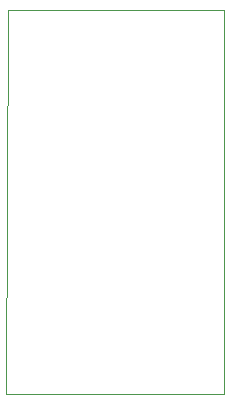
<source format=gm1>
G04 #@! TF.GenerationSoftware,KiCad,Pcbnew,5.0.2+dfsg1-1~bpo9+1*
G04 #@! TF.CreationDate,2020-08-17T14:39:57+01:00*
G04 #@! TF.ProjectId,t85opti,7438356f-7074-4692-9e6b-696361645f70,rev?*
G04 #@! TF.SameCoordinates,Original*
G04 #@! TF.FileFunction,Profile,NP*
%FSLAX46Y46*%
G04 Gerber Fmt 4.6, Leading zero omitted, Abs format (unit mm)*
G04 Created by KiCad (PCBNEW 5.0.2+dfsg1-1~bpo9+1) date Mon 17 Aug 2020 14:39:57 IST*
%MOMM*%
%LPD*%
G01*
G04 APERTURE LIST*
%ADD10C,0.100000*%
G04 APERTURE END LIST*
D10*
X125730000Y-40005000D02*
X125603000Y-72517000D01*
X144018000Y-40005000D02*
X125730000Y-40005000D01*
X144018000Y-72517000D02*
X144018000Y-40005000D01*
X125603000Y-72517000D02*
X144018000Y-72517000D01*
M02*

</source>
